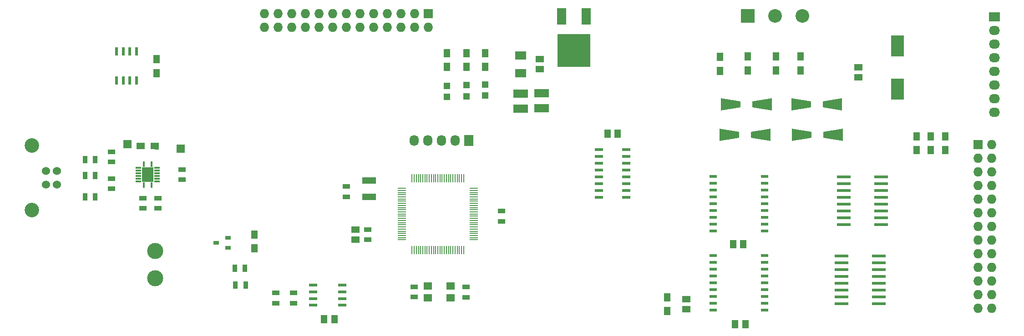
<source format=gts>
%FSLAX34Y34*%
G04 Gerber Fmt 3.4, Leading zero omitted, Abs format*
G04 (created by PCBNEW (2014-03-29 BZR 4777)-product) date Mo 31 Mär 2014 21:29:10 CEST*
%MOIN*%
G01*
G70*
G90*
G04 APERTURE LIST*
%ADD10C,0.005906*%
%ADD11R,0.062992X0.023622*%
%ADD12R,0.055000X0.035000*%
%ADD13R,0.080000X0.060000*%
%ADD14C,0.060000*%
%ADD15C,0.106300*%
%ADD16R,0.035000X0.055000*%
%ADD17R,0.041000X0.015000*%
%ADD18R,0.015000X0.041000*%
%ADD19R,0.045000X0.045000*%
%ADD20R,0.045000X0.025300*%
%ADD21R,0.100000X0.050000*%
%ADD22R,0.068000X0.080000*%
%ADD23O,0.068000X0.080000*%
%ADD24R,0.080000X0.068000*%
%ADD25O,0.080000X0.068000*%
%ADD26R,0.094500X0.157500*%
%ADD27R,0.051200X0.059000*%
%ADD28R,0.106000X0.063000*%
%ADD29R,0.059000X0.051200*%
%ADD30R,0.100000X0.100000*%
%ADD31C,0.100000*%
%ADD32R,0.047200X0.059100*%
%ADD33C,0.118100*%
%ADD34R,0.065000X0.120000*%
%ADD35R,0.240000X0.240000*%
%ADD36R,0.023622X0.062992*%
%ADD37R,0.056300X0.021700*%
%ADD38R,0.062992X0.055118*%
%ADD39R,0.068000X0.068000*%
%ADD40O,0.068000X0.068000*%
%ADD41R,0.047200X0.047200*%
%ADD42R,0.039400X0.031500*%
%ADD43R,0.007700X0.059000*%
%ADD44R,0.059000X0.007700*%
%ADD45R,0.059055X0.023622*%
%ADD46R,0.059055X0.059055*%
%ADD47R,0.098425X0.024803*%
G04 APERTURE END LIST*
G54D10*
G54D11*
X42327Y-48088D03*
X44452Y-48088D03*
X42327Y-47596D03*
X42327Y-47103D03*
X42327Y-46611D03*
X44452Y-47596D03*
X44452Y-47103D03*
X44452Y-46611D03*
G54D12*
X27562Y-39548D03*
X27562Y-38798D03*
X27562Y-36829D03*
X27562Y-37579D03*
X29850Y-40975D03*
X29850Y-40225D03*
X30950Y-40225D03*
X30950Y-40975D03*
G54D13*
X57500Y-31060D03*
X57500Y-29760D03*
G54D12*
X49725Y-46725D03*
X49725Y-47475D03*
X53500Y-47500D03*
X53500Y-46750D03*
X56100Y-41175D03*
X56100Y-41925D03*
X46300Y-43275D03*
X46300Y-42525D03*
X44740Y-39385D03*
X44740Y-40135D03*
G54D14*
X23550Y-39250D03*
X23550Y-38250D03*
X22763Y-38250D03*
X22763Y-39250D03*
G54D15*
X21700Y-41112D03*
X21700Y-36388D03*
G54D16*
X26362Y-40157D03*
X25612Y-40157D03*
X26362Y-38582D03*
X25612Y-38582D03*
X26362Y-37401D03*
X25612Y-37401D03*
G54D12*
X32700Y-38125D03*
X32700Y-38875D03*
X40890Y-47925D03*
X40890Y-47175D03*
X39590Y-47925D03*
X39590Y-47175D03*
G54D17*
X29531Y-38008D03*
X29531Y-38205D03*
X29531Y-38402D03*
X29531Y-38598D03*
X29531Y-38795D03*
G54D18*
X29905Y-39268D03*
X30495Y-39268D03*
G54D17*
X30869Y-38992D03*
X30869Y-38795D03*
X30869Y-38598D03*
X30869Y-38402D03*
X30869Y-38205D03*
G54D18*
X30495Y-37732D03*
X29905Y-37732D03*
G54D19*
X30003Y-38795D03*
X30003Y-38205D03*
X30397Y-38205D03*
X30397Y-38795D03*
G54D17*
X29531Y-38992D03*
X30869Y-38008D03*
G54D20*
X30397Y-38500D03*
X30003Y-38500D03*
G54D21*
X46420Y-38940D03*
X46420Y-40140D03*
G54D22*
X53700Y-36000D03*
G54D23*
X52700Y-36000D03*
X51700Y-36000D03*
X50700Y-36000D03*
X49700Y-36000D03*
G54D24*
X92200Y-26950D03*
G54D25*
X92200Y-27950D03*
X92200Y-28950D03*
X92200Y-29950D03*
X92200Y-30950D03*
X92200Y-31950D03*
X92200Y-32950D03*
X92200Y-33950D03*
G54D26*
X85100Y-32225D03*
X85100Y-29075D03*
G54D27*
X73825Y-43600D03*
X73075Y-43600D03*
G54D28*
X57500Y-33660D03*
X57500Y-32560D03*
G54D27*
X43875Y-49110D03*
X43125Y-49110D03*
G54D29*
X45400Y-43275D03*
X45400Y-42525D03*
G54D10*
G36*
X77349Y-33802D02*
X77349Y-32897D01*
X78767Y-33133D01*
X78767Y-33566D01*
X77349Y-33802D01*
X77349Y-33802D01*
G37*
G36*
X81051Y-32897D02*
X81051Y-33802D01*
X79633Y-33566D01*
X79633Y-33133D01*
X81051Y-32897D01*
X81051Y-32897D01*
G37*
G36*
X72199Y-33802D02*
X72199Y-32897D01*
X73617Y-33133D01*
X73617Y-33566D01*
X72199Y-33802D01*
X72199Y-33802D01*
G37*
G36*
X75901Y-32897D02*
X75901Y-33802D01*
X74483Y-33566D01*
X74483Y-33133D01*
X75901Y-32897D01*
X75901Y-32897D01*
G37*
G36*
X77399Y-36052D02*
X77399Y-35147D01*
X78817Y-35383D01*
X78817Y-35816D01*
X77399Y-36052D01*
X77399Y-36052D01*
G37*
G36*
X81101Y-35147D02*
X81101Y-36052D01*
X79683Y-35816D01*
X79683Y-35383D01*
X81101Y-35147D01*
X81101Y-35147D01*
G37*
G36*
X72099Y-36052D02*
X72099Y-35147D01*
X73517Y-35383D01*
X73517Y-35816D01*
X72099Y-36052D01*
X72099Y-36052D01*
G37*
G36*
X75801Y-35147D02*
X75801Y-36052D01*
X74383Y-35816D01*
X74383Y-35383D01*
X75801Y-35147D01*
X75801Y-35147D01*
G37*
G54D30*
X74150Y-26860D03*
G54D31*
X76150Y-26860D03*
X78150Y-26860D03*
G54D16*
X37375Y-46610D03*
X36625Y-46610D03*
X37325Y-45360D03*
X36575Y-45360D03*
G54D32*
X38000Y-43922D03*
X38000Y-42898D03*
X76200Y-30862D03*
X76200Y-29838D03*
X78000Y-30862D03*
X78000Y-29838D03*
X30850Y-30038D03*
X30850Y-31062D03*
X72100Y-30912D03*
X72100Y-29888D03*
X74150Y-30862D03*
X74150Y-29838D03*
X88600Y-35698D03*
X88600Y-36722D03*
X87550Y-35698D03*
X87550Y-36722D03*
X86500Y-35698D03*
X86500Y-36722D03*
G54D33*
X30750Y-46100D03*
X30750Y-44100D03*
G54D34*
X62300Y-26900D03*
G54D35*
X61400Y-29400D03*
G54D34*
X60500Y-26900D03*
G54D36*
X27911Y-29487D03*
X27911Y-31612D03*
X28403Y-29487D03*
X28896Y-29487D03*
X29388Y-29487D03*
X28403Y-31612D03*
X28896Y-31612D03*
X29388Y-31612D03*
G54D37*
X71606Y-44450D03*
X71606Y-44950D03*
X71606Y-45450D03*
X71606Y-45950D03*
X71606Y-46450D03*
X71606Y-46950D03*
X71606Y-47450D03*
X71606Y-47950D03*
X71606Y-48450D03*
X75394Y-48450D03*
X75394Y-47950D03*
X75394Y-47450D03*
X75394Y-46950D03*
X75394Y-46450D03*
X75394Y-45950D03*
X75394Y-45450D03*
X75394Y-44950D03*
X75394Y-44450D03*
X71606Y-38650D03*
X71606Y-39150D03*
X71606Y-39650D03*
X71606Y-40150D03*
X71606Y-40650D03*
X71606Y-41150D03*
X71606Y-41650D03*
X71606Y-42150D03*
X71606Y-42650D03*
X75394Y-42650D03*
X75394Y-42150D03*
X75394Y-41650D03*
X75394Y-41150D03*
X75394Y-40650D03*
X75394Y-40150D03*
X75394Y-39650D03*
X75394Y-39150D03*
X75394Y-38650D03*
G54D32*
X68250Y-48522D03*
X68250Y-47498D03*
G54D29*
X58900Y-30035D03*
X58900Y-30785D03*
G54D28*
X59050Y-33650D03*
X59050Y-32550D03*
G54D10*
G36*
X29388Y-36631D02*
X29396Y-36159D01*
X29987Y-36170D01*
X29979Y-36642D01*
X29388Y-36631D01*
X29388Y-36631D01*
G37*
G36*
X30412Y-36649D02*
X30420Y-36177D01*
X31011Y-36188D01*
X31003Y-36660D01*
X30412Y-36649D01*
X30412Y-36649D01*
G37*
G54D38*
X52376Y-46666D03*
X50723Y-47533D03*
X52376Y-47533D03*
X50723Y-46666D03*
G54D39*
X50750Y-26710D03*
G54D40*
X49750Y-26710D03*
X48750Y-26710D03*
X47750Y-26710D03*
X46750Y-26710D03*
X45750Y-26710D03*
X44750Y-26710D03*
X43750Y-26710D03*
X42750Y-26710D03*
X41750Y-26710D03*
X40750Y-26710D03*
X39750Y-26710D03*
X38750Y-26710D03*
X38750Y-27710D03*
X39750Y-27710D03*
X40750Y-27710D03*
X41750Y-27710D03*
X42750Y-27710D03*
X43750Y-27710D03*
X44750Y-27710D03*
X45750Y-27710D03*
X46750Y-27710D03*
X47750Y-27710D03*
X48750Y-27710D03*
X49750Y-27710D03*
X50750Y-27710D03*
G54D39*
X91000Y-36300D03*
G54D40*
X91000Y-37300D03*
X91000Y-38300D03*
X91000Y-39300D03*
X91000Y-40300D03*
X91000Y-41300D03*
X91000Y-42300D03*
X91000Y-43300D03*
X91000Y-44300D03*
X91000Y-45300D03*
X91000Y-46300D03*
X91000Y-47300D03*
X91000Y-48300D03*
X92000Y-48300D03*
X92000Y-47300D03*
X92000Y-46300D03*
X92000Y-45300D03*
X92000Y-44300D03*
X92000Y-43300D03*
X92000Y-42300D03*
X92000Y-41300D03*
X92000Y-40300D03*
X92000Y-39300D03*
X92000Y-38300D03*
X92000Y-37300D03*
X92000Y-36300D03*
G54D41*
X54900Y-31897D03*
X54900Y-32723D03*
X53550Y-31947D03*
X53550Y-32773D03*
X52130Y-31997D03*
X52130Y-32823D03*
G54D32*
X54900Y-30622D03*
X54900Y-29598D03*
X53550Y-30622D03*
X53550Y-29598D03*
X52130Y-30622D03*
X52130Y-29598D03*
G54D42*
X35217Y-43500D03*
X36083Y-43125D03*
X36083Y-43875D03*
G54D43*
X52867Y-38763D03*
X52709Y-38763D03*
X52552Y-38763D03*
X52394Y-38763D03*
X52237Y-38763D03*
X53339Y-38763D03*
X53182Y-38763D03*
X53024Y-38763D03*
X50821Y-38763D03*
X50663Y-38763D03*
X50506Y-38763D03*
X50348Y-38763D03*
X50191Y-38763D03*
X50033Y-38763D03*
X49876Y-38763D03*
X49718Y-38763D03*
G54D44*
X48813Y-40613D03*
X48813Y-40771D03*
X48813Y-40928D03*
X48813Y-41086D03*
X48813Y-41243D03*
X48813Y-41400D03*
X48813Y-41557D03*
X48813Y-41714D03*
X48813Y-43132D03*
X48813Y-43289D03*
G54D43*
X49561Y-44037D03*
X49718Y-44037D03*
X49876Y-44037D03*
X50033Y-44037D03*
X50191Y-44037D03*
X50348Y-44037D03*
X52079Y-38763D03*
X51922Y-38763D03*
X51764Y-38763D03*
X49561Y-38763D03*
G54D44*
X48813Y-39511D03*
X48813Y-39668D03*
X48813Y-41872D03*
X48813Y-42029D03*
X48813Y-42187D03*
G54D43*
X50506Y-44037D03*
X50663Y-44037D03*
X50821Y-44037D03*
X51607Y-38763D03*
X51450Y-38763D03*
X51293Y-38763D03*
X51136Y-38763D03*
X50978Y-38763D03*
G54D44*
X48813Y-39826D03*
X48813Y-39983D03*
X48813Y-40141D03*
X48813Y-40298D03*
X48813Y-40456D03*
X48813Y-42344D03*
X48813Y-42502D03*
X48813Y-42659D03*
X48813Y-42817D03*
X48813Y-42974D03*
G54D43*
X50978Y-44037D03*
X51136Y-44037D03*
X51293Y-44037D03*
X51450Y-44037D03*
X51607Y-44037D03*
X51764Y-44037D03*
X51922Y-44037D03*
X52079Y-44037D03*
X52237Y-44037D03*
X52394Y-44037D03*
X52552Y-44037D03*
X52709Y-44037D03*
X52867Y-44037D03*
X53024Y-44037D03*
X53182Y-44037D03*
X53339Y-44037D03*
G54D44*
X54087Y-43289D03*
X54087Y-43132D03*
X54087Y-42974D03*
X54087Y-42817D03*
X54087Y-42659D03*
X54087Y-42502D03*
X54087Y-42344D03*
X54087Y-42187D03*
X54087Y-42029D03*
X54087Y-41872D03*
X54087Y-41714D03*
X54087Y-41557D03*
X54087Y-41400D03*
X54087Y-41243D03*
X54087Y-41086D03*
X54087Y-40928D03*
X54087Y-40771D03*
X54087Y-40613D03*
X54087Y-40456D03*
X54087Y-40298D03*
X54087Y-40141D03*
X54087Y-39983D03*
X54087Y-39826D03*
X54087Y-39668D03*
X54087Y-39511D03*
G54D45*
X63250Y-36660D03*
X63250Y-37160D03*
X63250Y-37660D03*
X63250Y-38160D03*
X63250Y-38660D03*
X63250Y-39160D03*
X63250Y-39660D03*
X63250Y-40160D03*
X65250Y-40160D03*
X65250Y-39660D03*
X65250Y-39160D03*
X65250Y-38660D03*
X65250Y-38160D03*
X65250Y-37660D03*
X65250Y-37160D03*
X65250Y-36660D03*
G54D27*
X73975Y-49460D03*
X73225Y-49460D03*
G54D29*
X69650Y-47635D03*
X69650Y-48385D03*
G54D27*
X64625Y-35510D03*
X63875Y-35510D03*
G54D29*
X82250Y-31385D03*
X82250Y-30635D03*
G54D46*
X32600Y-36610D03*
X28700Y-36260D03*
G54D47*
X81026Y-44465D03*
X81026Y-44965D03*
X81026Y-45465D03*
X81026Y-45965D03*
X81026Y-46465D03*
X81026Y-46965D03*
X81026Y-47465D03*
X81026Y-47965D03*
X83743Y-47965D03*
X83743Y-47465D03*
X83743Y-46965D03*
X83743Y-46465D03*
X83743Y-45965D03*
X83743Y-45465D03*
X83743Y-44965D03*
X83743Y-44465D03*
X81191Y-38660D03*
X81191Y-39160D03*
X81191Y-39660D03*
X81191Y-40160D03*
X81191Y-40660D03*
X81191Y-41160D03*
X81191Y-41660D03*
X81191Y-42160D03*
X83908Y-42160D03*
X83908Y-41660D03*
X83908Y-41160D03*
X83908Y-40660D03*
X83908Y-40160D03*
X83908Y-39660D03*
X83908Y-39160D03*
X83908Y-38660D03*
M02*

</source>
